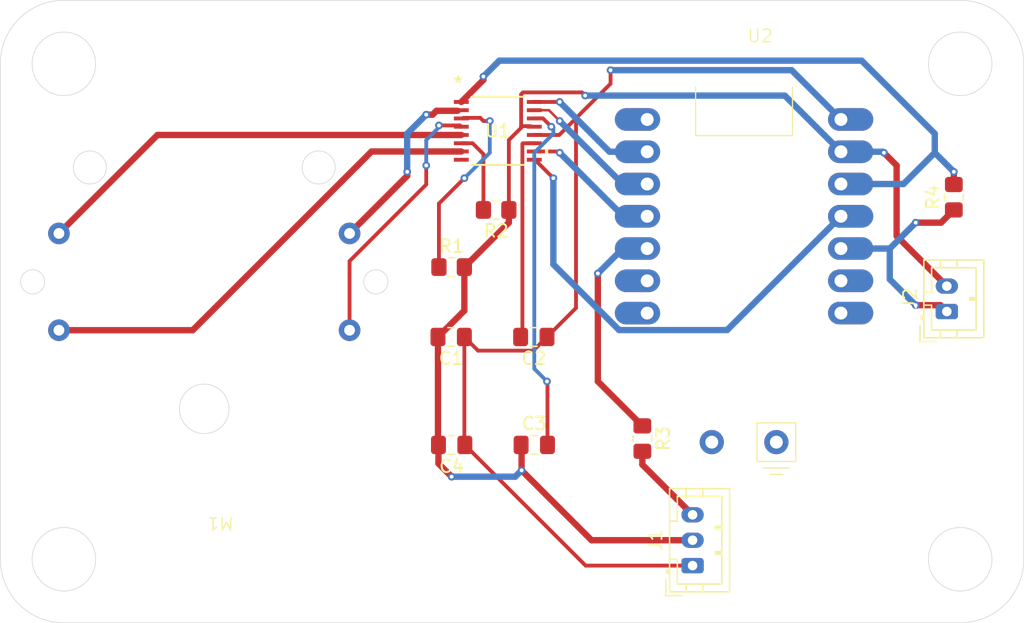
<source format=kicad_pcb>
(kicad_pcb (version 20241229) (generator "pcbnew") (generator_version "9.0")
  (layers (0 "F.Cu" signal) (2 "B.Cu" signal) (13 "F.Paste" user) (15 "B.Paste" user) (5 "F.SilkS" user "F.Silkscreen") (7 "B.SilkS" user "B.Silkscreen") (1 "F.Mask" user) (3 "B.Mask" user) (25 "Edge.Cuts" user))
  (net 0 "")
  (net 1 "+5V")
  (net 2 "GND")
  (net 3 "Net-(U1-VCP)")
  (net 4 "Net-(U1-VINT)")
  (net 5 "/NEO_DATA")
  (net 6 "/RESET_BTN")
  (net 7 "Net-(M1--)")
  (net 8 "Net-(U1-AOUT2)")
  (net 9 "Net-(U1-AOUT1)")
  (net 10 "Net-(U1-BOUT1)")
  (net 11 "Net-(U1-AISEN)")
  (net 12 "Net-(U1-BISEN)")
  (net 13 "Net-(U2-GPIO5_A4_D4_SDA)")
  (net 14 "+3.3V")
  (net 15 "/MOTOR_B1")
  (net 16 "/MOTOR_B2")
  (net 17 "/MOTOR_A2")
  (net 18 "/MOTOR_A1")
  (footprint "Capacitor_SMD:C_0805_2012Metric_Pad1.18x1.45mm_HandSolder" (layer "F.Cu") (at 120.5 108.5 180)
    (property "Reference" "C4" (at 0 -1.68 0) (layer "F.SilkS"))
    (property "Value" "100uF")
    (fp_line (start -0.261252 0.735) (end 0.261252 0.735) (stroke (width 0.12)) (layer "F.SilkS"))
    (fp_line (start -0.261252 -0.735) (end 0.261252 -0.735) (stroke (width 0.12)) (layer "F.SilkS"))
    (pad "1" smd roundrect (at -1.0375 0 180) (size 1.175 1.45) (layers "F.Cu" "F.Mask" "F.Paste") (roundrect_rratio 0.212766) (net 1 "+5V"))
    (pad "2" smd roundrect (at 1.0375 0 180) (size 1.175 1.45) (layers "F.Cu" "F.Mask" "F.Paste") (roundrect_rratio 0.212766) (net 2 "GND"))
  )
  (footprint "Resistor_SMD:R_0805_2012Metric_Pad1.20x1.40mm_HandSolder" (layer "F.Cu") (at 124 90 180)
    (property "Reference" "R2" (at 0 -1.65 0) (layer "F.SilkS"))
    (property "Value" "0.2Ω")
    (fp_line (start -0.227064 0.735) (end 0.227064 0.735) (stroke (width 0.12)) (layer "F.SilkS"))
    (fp_line (start -0.227064 -0.735) (end 0.227064 -0.735) (stroke (width 0.12)) (layer "F.SilkS"))
    (pad "1" smd roundrect (at -1 0 180) (size 1.2 1.4) (layers "F.Cu" "F.Mask" "F.Paste") (roundrect_rratio 0.208333) (net 2 "GND"))
    (pad "2" smd roundrect (at 1 0 180) (size 1.2 1.4) (layers "F.Cu" "F.Mask" "F.Paste") (roundrect_rratio 0.208333) (net 12 "Net-(U1-BISEN)"))
  )
  (footprint "DRV8833PWR:PW16_TEX-L" (layer "F.Cu") (at 124.1298 83.774999)
    (property "Reference" "U1" (at 0 0 0) (layer "F.SilkS"))
    (property "Value" "DRV8833PWR")
    (fp_line (start -2.069066 2.6797) (end 2.069066 2.6797) (stroke (width 0.1524)) (layer "F.SilkS"))
    (fp_line (start 2.069066 -2.6797) (end -2.069066 -2.6797) (stroke (width 0.1524)) (layer "F.SilkS"))
    (fp_poly (pts (xy 3.9624 1.434501) (xy 3.9624 1.815501) (xy 3.7084 1.815501) (xy 3.7084 1.434501)) (fill yes) (layer "F.SilkS"))
    (fp_text user "*" (at -3.1242 -3.722801 0) (layer "F.SilkS"))
    (fp_text user "*" (at -3.1242 -3.722801 0) (layer "F.SilkS"))
    (pad "1" smd rect (at -2.8702 -2.274999) (size 1.1684 0.3048) (layers "F.Cu" "F.Mask" "F.Paste") (net 14 "+3.3V"))
    (pad "2" smd rect (at -2.8702 -1.625001) (size 1.1684 0.3048) (layers "F.Cu" "F.Mask" "F.Paste") (net 9 "Net-(U1-AOUT1)"))
    (pad "3" smd rect (at -2.8702 -0.974999) (size 1.1684 0.3048) (layers "F.Cu" "F.Mask" "F.Paste") (net 11 "Net-(U1-AISEN)"))
    (pad "4" smd rect (at -2.8702 -0.325001) (size 1.1684 0.3048) (layers "F.Cu" "F.Mask" "F.Paste") (net 8 "Net-(U1-AOUT2)"))
    (pad "5" smd rect (at -2.8702 0.324998) (size 1.1684 0.3048) (layers "F.Cu" "F.Mask" "F.Paste") (net 7 "Net-(M1--)"))
    (pad "6" smd rect (at -2.8702 0.974999) (size 1.1684 0.3048) (layers "F.Cu" "F.Mask" "F.Paste") (net 12 "Net-(U1-BISEN)"))
    (pad "7" smd rect (at -2.8702 1.624998) (size 1.1684 0.3048) (layers "F.Cu" "F.Mask" "F.Paste") (net 10 "Net-(U1-BOUT1)"))
    (pad "8" smd rect (at -2.8702 2.274999) (size 1.1684 0.3048) (layers "F.Cu" "F.Mask" "F.Paste"))
    (pad "9" smd rect (at 2.8702 2.274999) (size 1.1684 0.3048) (layers "F.Cu" "F.Mask" "F.Paste") (net 16 "/MOTOR_B2"))
    (pad "10" smd rect (at 2.8702 1.625001) (size 1.1684 0.3048) (layers "F.Cu" "F.Mask" "F.Paste") (net 15 "/MOTOR_B1"))
    (pad "11" smd rect (at 2.8702 0.974999) (size 1.1684 0.3048) (layers "F.Cu" "F.Mask" "F.Paste") (net 3 "Net-(U1-VCP)"))
    (pad "12" smd rect (at 2.8702 0.325001) (size 1.1684 0.3048) (layers "F.Cu" "F.Mask" "F.Paste") (net 1 "+5V"))
    (pad "13" smd rect (at 2.8702 -0.324998) (size 1.1684 0.3048) (layers "F.Cu" "F.Mask" "F.Paste") (net 2 "GND"))
    (pad "14" smd rect (at 2.8702 -0.974999) (size 1.1684 0.3048) (layers "F.Cu" "F.Mask" "F.Paste") (net 4 "Net-(U1-VINT)"))
    (pad "15" smd rect (at 2.8702 -1.624998) (size 1.1684 0.3048) (layers "F.Cu" "F.Mask" "F.Paste") (net 17 "/MOTOR_A2"))
    (pad "16" smd rect (at 2.8702 -2.274999) (size 1.1684 0.3048) (layers "F.Cu" "F.Mask" "F.Paste") (net 18 "/MOTOR_A1"))
  )
  (footprint "Connector_JST:JST_PH_B2B-PH-K_1x02_P2.00mm_Vertical" (layer "F.Cu") (at 159.45 98 90)
    (property "Reference" "J2" (at 1 -2.9 90) (layer "F.SilkS"))
    (property "Value" "Conn_01x02")
    (fp_line (start -1.11 -2.11) (end -2.36 -2.11) (stroke (width 0.12)) (layer "F.SilkS"))
    (fp_line (start -2.36 -2.11) (end -2.36 -0.86) (stroke (width 0.12)) (layer "F.SilkS"))
    (fp_line (start -0.3 -2.01) (end -0.6 -2.01) (stroke (width 0.12)) (layer "F.SilkS"))
    (fp_line (start -0.6 -2.01) (end -0.6 -1.81) (stroke (width 0.12)) (layer "F.SilkS"))
    (fp_line (start -0.3 -1.91) (end -0.6 -1.91) (stroke (width 0.12)) (layer "F.SilkS"))
    (fp_line (start 4.06 -1.81) (end -2.06 -1.81) (stroke (width 0.12)) (layer "F.SilkS"))
    (fp_line (start 0.5 -1.81) (end 0.5 -1.2) (stroke (width 0.12)) (layer "F.SilkS"))
    (fp_line (start -0.3 -1.81) (end -0.3 -2.01) (stroke (width 0.12)) (layer "F.SilkS"))
    (fp_line (start -2.06 -1.81) (end -2.06 2.91) (stroke (width 0.12)) (layer "F.SilkS"))
    (fp_line (start 3.45 -1.2) (end 1.5 -1.2) (stroke (width 0.12)) (layer "F.SilkS"))
    (fp_line (start 1.5 -1.2) (end 1.5 -1.81) (stroke (width 0.12)) (layer "F.SilkS"))
    (fp_line (start 0.5 -1.2) (end -1.45 -1.2) (stroke (width 0.12)) (layer "F.SilkS"))
    (fp_line (start -1.45 -1.2) (end -1.45 2.3) (stroke (width 0.12)) (layer "F.SilkS"))
    (fp_line (start 4.06 -0.5) (end 3.45 -0.5) (stroke (width 0.12)) (layer "F.SilkS"))
    (fp_line (start -2.06 -0.5) (end -1.45 -0.5) (stroke (width 0.12)) (layer "F.SilkS"))
    (fp_line (start 4.06 0.8) (end 3.45 0.8) (stroke (width 0.12)) (layer "F.SilkS"))
    (fp_line (start -2.06 0.8) (end -1.45 0.8) (stroke (width 0.12)) (layer "F.SilkS"))
    (fp_line (start 1.1 1.8) (end 1.1 2.3) (stroke (width 0.12)) (layer "F.SilkS"))
    (fp_line (start 0.9 1.8) (end 1.1 1.8) (stroke (width 0.12)) (layer "F.SilkS"))
    (fp_line (start 3.45 2.3) (end 3.45 -1.2) (stroke (width 0.12)) (layer "F.SilkS"))
    (fp_line (start 1 2.3) (end 1 1.8) (stroke (width 0.12)) (layer "F.SilkS"))
    (fp_line (start 0.9 2.3) (end 0.9 1.8) (stroke (width 0.12)) (layer "F.SilkS"))
    (fp_line (start -1.45 2.3) (end 3.45 2.3) (stroke (width 0.12)) (layer "F.SilkS"))
    (fp_line (start 4.06 2.91) (end 4.06 -1.81) (stroke (width 0.12)) (layer "F.SilkS"))
    (fp_line (start -2.06 2.91) (end 4.06 2.91) (stroke (width 0.12)) (layer "F.SilkS"))
    (pad "1" thru_hole roundrect (at 0 0 90) (size 1.2 1.75) (drill 0.75) (layers "*.Cu" "*.Mask") (roundrect_rratio 0.208333) (net 6 "/RESET_BTN"))
    (pad "2" thru_hole oval (at 2 0 90) (size 1.2 1.75) (drill 0.75) (layers "*.Cu" "*.Mask") (net 2 "GND"))
  )
  (footprint "Resistor_SMD:R_0805_2012Metric_Pad1.20x1.40mm_HandSolder" (layer "F.Cu") (at 160 89 90)
    (property "Reference" "R4" (at 0 -1.65 90) (layer "F.SilkS"))
    (property "Value" "10 kΩ")
    (fp_line (start -0.227064 -0.735) (end 0.227064 -0.735) (stroke (width 0.12)) (layer "F.SilkS"))
    (fp_line (start -0.227064 0.735) (end 0.227064 0.735) (stroke (width 0.12)) (layer "F.SilkS"))
    (pad "1" smd roundrect (at -1 0 90) (size 1.2 1.4) (layers "F.Cu" "F.Mask" "F.Paste") (roundrect_rratio 0.208333) (net 6 "/RESET_BTN"))
    (pad "2" smd roundrect (at 1 0 90) (size 1.2 1.4) (layers "F.Cu" "F.Mask" "F.Paste") (roundrect_rratio 0.208333) (net 14 "+3.3V"))
  )
  (footprint "Resistor_SMD:R_0805_2012Metric_Pad1.20x1.40mm_HandSolder" (layer "F.Cu") (at 135.5 108 -90)
    (property "Reference" "R3" (at 0 -1.65 90) (layer "F.SilkS"))
    (property "Value" "330Ω")
    (fp_line (start -0.227064 0.735) (end 0.227064 0.735) (stroke (width 0.12)) (layer "F.SilkS"))
    (fp_line (start -0.227064 -0.735) (end 0.227064 -0.735) (stroke (width 0.12)) (layer "F.SilkS"))
    (pad "1" smd roundrect (at -1 0 270) (size 1.2 1.4) (layers "F.Cu" "F.Mask" "F.Paste") (roundrect_rratio 0.208333) (net 13 "Net-(U2-GPIO5_A4_D4_SDA)"))
    (pad "2" smd roundrect (at 1 0 270) (size 1.2 1.4) (layers "F.Cu" "F.Mask" "F.Paste") (roundrect_rratio 0.208333) (net 5 "/NEO_DATA"))
  )
  (footprint "Capacitor_SMD:C_0805_2012Metric_Pad1.18x1.45mm_HandSolder" (layer "F.Cu") (at 127 108.5)
    (property "Reference" "C3" (at 0 -1.68 0) (layer "F.SilkS"))
    (property "Value" "2.2uF")
    (fp_line (start -0.261252 -0.735) (end 0.261252 -0.735) (stroke (width 0.12)) (layer "F.SilkS"))
    (fp_line (start -0.261252 0.735) (end 0.261252 0.735) (stroke (width 0.12)) (layer "F.SilkS"))
    (pad "1" smd roundrect (at -1.0375 0) (size 1.175 1.45) (layers "F.Cu" "F.Mask" "F.Paste") (roundrect_rratio 0.212766) (net 2 "GND"))
    (pad "2" smd roundrect (at 1.0375 0) (size 1.175 1.45) (layers "F.Cu" "F.Mask" "F.Paste") (roundrect_rratio 0.212766) (net 4 "Net-(U1-VINT)"))
  )
  (footprint "Connector_JST:JST_PH_B3B-PH-K_1x03_P2.00mm_Vertical" (layer "F.Cu") (at 139.45 118 90)
    (property "Reference" "J1" (at 2 -2.9 90) (layer "F.SilkS"))
    (property "Value" "Conn_01x03")
    (fp_line (start -1.11 -2.11) (end -2.36 -2.11) (stroke (width 0.12)) (layer "F.SilkS"))
    (fp_line (start -2.36 -2.11) (end -2.36 -0.86) (stroke (width 0.12)) (layer "F.SilkS"))
    (fp_line (start -0.3 -2.01) (end -0.6 -2.01) (stroke (width 0.12)) (layer "F.SilkS"))
    (fp_line (start -0.6 -2.01) (end -0.6 -1.81) (stroke (width 0.12)) (layer "F.SilkS"))
    (fp_line (start -0.3 -1.91) (end -0.6 -1.91) (stroke (width 0.12)) (layer "F.SilkS"))
    (fp_line (start 6.06 -1.81) (end -2.06 -1.81) (stroke (width 0.12)) (layer "F.SilkS"))
    (fp_line (start 0.5 -1.81) (end 0.5 -1.2) (stroke (width 0.12)) (layer "F.SilkS"))
    (fp_line (start -0.3 -1.81) (end -0.3 -2.01) (stroke (width 0.12)) (layer "F.SilkS"))
    (fp_line (start -2.06 -1.81) (end -2.06 2.91) (stroke (width 0.12)) (layer "F.SilkS"))
    (fp_line (start 5.45 -1.2) (end 3.5 -1.2) (stroke (width 0.12)) (layer "F.SilkS"))
    (fp_line (start 3.5 -1.2) (end 3.5 -1.81) (stroke (width 0.12)) (layer "F.SilkS"))
    (fp_line (start 0.5 -1.2) (end -1.45 -1.2) (stroke (width 0.12)) (layer "F.SilkS"))
    (fp_line (start -1.45 -1.2) (end -1.45 2.3) (stroke (width 0.12)) (layer "F.SilkS"))
    (fp_line (start 6.06 -0.5) (end 5.45 -0.5) (stroke (width 0.12)) (layer "F.SilkS"))
    (fp_line (start -2.06 -0.5) (end -1.45 -0.5) (stroke (width 0.12)) (layer "F.SilkS"))
    (fp_line (start 6.06 0.8) (end 5.45 0.8) (stroke (width 0.12)) (layer "F.SilkS"))
    (fp_line (start -2.06 0.8) (end -1.45 0.8) (stroke (width 0.12)) (layer "F.SilkS"))
    (fp_line (start 3.1 1.8) (end 3.1 2.3) (stroke (width 0.12)) (layer "F.SilkS"))
    (fp_line (start 2.9 1.8) (end 3.1 1.8) (stroke (width 0.12)) (layer "F.SilkS"))
    (fp_line (start 1.1 1.8) (end 1.1 2.3) (stroke (width 0.12)) (layer "F.SilkS"))
    (fp_line (start 0.9 1.8) (end 1.1 1.8) (stroke (width 0.12)) (layer "F.SilkS"))
    (fp_line (start 5.45 2.3) (end 5.45 -1.2) (stroke (width 0.12)) (layer "F.SilkS"))
    (fp_line (start 3 2.3) (end 3 1.8) (stroke (width 0.12)) (layer "F.SilkS"))
    (fp_line (start 2.9 2.3) (end 2.9 1.8) (stroke (width 0.12)) (layer "F.SilkS"))
    (fp_line (start 1 2.3) (end 1 1.8) (stroke (width 0.12)) (layer "F.SilkS"))
    (fp_line (start 0.9 2.3) (end 0.9 1.8) (stroke (width 0.12)) (layer "F.SilkS"))
    (fp_line (start -1.45 2.3) (end 5.45 2.3) (stroke (width 0.12)) (layer "F.SilkS"))
    (fp_line (start 6.06 2.91) (end 6.06 -1.81) (stroke (width 0.12)) (layer "F.SilkS"))
    (fp_line (start -2.06 2.91) (end 6.06 2.91) (stroke (width 0.12)) (layer "F.SilkS"))
    (pad "1" thru_hole roundrect (at 0 0 90) (size 1.2 1.75) (drill 0.75) (layers "*.Cu" "*.Mask") (roundrect_rratio 0.208333) (net 1 "+5V"))
    (pad "2" thru_hole oval (at 2 0 90) (size 1.2 1.75) (drill 0.75) (layers "*.Cu" "*.Mask") (net 2 "GND"))
    (pad "3" thru_hole oval (at 4 0 90) (size 1.2 1.75) (drill 0.75) (layers "*.Cu" "*.Mask") (net 5 "/NEO_DATA"))
  )
  (footprint "Capacitor_SMD:C_0805_2012Metric_Pad1.18x1.45mm_HandSolder" (layer "F.Cu") (at 126.9625 100 180)
    (property "Reference" "C2" (at 0 -1.68 0) (layer "F.SilkS"))
    (property "Value" "0.01uF")
    (fp_line (start -0.261252 0.735) (end 0.261252 0.735) (stroke (width 0.12)) (layer "F.SilkS"))
    (fp_line (start -0.261252 -0.735) (end 0.261252 -0.735) (stroke (width 0.12)) (layer "F.SilkS"))
    (pad "1" smd roundrect (at -1.0375 0 180) (size 1.175 1.45) (layers "F.Cu" "F.Mask" "F.Paste") (roundrect_rratio 0.212766) (net 1 "+5V"))
    (pad "2" smd roundrect (at 1.0375 0 180) (size 1.175 1.45) (layers "F.Cu" "F.Mask" "F.Paste") (roundrect_rratio 0.212766) (net 3 "Net-(U1-VCP)"))
  )
  (footprint "GIX_ESP32:XIAO_ESP32" (layer "F.Cu") (at 143.5 90.5)
    (property "Reference" "U2" (at 1.27 -14.2 0) (layer "F.SilkS") (effects (font (thickness 0.1))))
    (property "Value" "XIAO ESP32C3")
    (fp_line (start -3.81 -10.16) (end -3.81 -6.35) (stroke (width 0.1)) (layer "F.SilkS"))
    (fp_line (start -3.81 -6.35) (end 3.81 -6.35) (stroke (width 0.1)) (layer "F.SilkS"))
    (fp_line (start 1.016 16.256) (end 4.064 16.256) (stroke (width 0.1)) (layer "F.SilkS"))
    (fp_line (start 1.016 19.304) (end 1.016 16.256) (stroke (width 0.1)) (layer "F.SilkS"))
    (fp_line (start 1.524 19.812) (end 3.556 19.812) (stroke (width 0.1)) (layer "F.SilkS"))
    (fp_line (start 2.032 20.32) (end 3.048 20.32) (stroke (width 0.1)) (layer "F.SilkS"))
    (fp_line (start 3.81 -6.35) (end 3.81 -10.16) (stroke (width 0.1)) (layer "F.SilkS"))
    (fp_line (start 4.064 16.256) (end 4.064 19.304) (stroke (width 0.1)) (layer "F.SilkS"))
    (fp_line (start 4.064 19.304) (end 1.016 19.304) (stroke (width 0.1)) (layer "F.SilkS"))
    (pad "1" thru_hole oval (at -7.62 -7.62) (size 3.556 1.778) (drill 1.016 (offset -0.762 0)) (layers "*.Cu" "*.Mask"))
    (pad "2" thru_hole oval (at -7.62 -5.08) (size 3.556 1.778) (drill 1.016 (offset -0.762 0)) (layers "*.Cu" "*.Mask") (net 18 "/MOTOR_A1"))
    (pad "3" thru_hole oval (at -7.62 -2.54) (size 3.556 1.778) (drill 1.016 (offset -0.762 0)) (layers "*.Cu" "*.Mask") (net 17 "/MOTOR_A2"))
    (pad "4" thru_hole oval (at -7.62 0) (size 3.556 1.778) (drill 1.016 (offset -0.762 0)) (layers "*.Cu" "*.Mask") (net 15 "/MOTOR_B1"))
    (pad "5" thru_hole oval (at -7.62 2.54) (size 3.556 1.778) (drill 1.016 (offset -0.762 0)) (layers "*.Cu" "*.Mask") (net 13 "Net-(U2-GPIO5_A4_D4_SDA)"))
    (pad "6" thru_hole oval (at -7.62 5.08) (size 3.556 1.778) (drill 1.016 (offset -0.762 0)) (layers "*.Cu" "*.Mask"))
    (pad "7" thru_hole oval (at -7.62 7.62) (size 3.556 1.778) (drill 1.016 (offset -0.762 0)) (layers "*.Cu" "*.Mask"))
    (pad "8" thru_hole oval (at 7.62 7.62) (size 3.556 1.778) (drill 1.016 (offset 0.762 0)) (layers "*.Cu" "*.Mask"))
    (pad "9" thru_hole oval (at 7.62 5.08) (size 3.556 1.778) (drill 1.016 (offset 0.762 0)) (layers "*.Cu" "*.Mask"))
    (pad "10" thru_hole oval (at 7.62 2.54) (size 3.556 1.778) (drill 1.016 (offset 0.762 0)) (layers "*.Cu" "*.Mask") (net 6 "/RESET_BTN"))
    (pad "11" thru_hole oval (at 7.62 0) (size 3.556 1.778) (drill 1.016 (offset 0.762 0)) (layers "*.Cu" "*.Mask") (net 16 "/MOTOR_B2"))
    (pad "12" thru_hole oval (at 7.62 -2.54) (size 3.556 1.778) (drill 1.016 (offset 0.762 0)) (layers "*.Cu" "*.Mask") (net 14 "+3.3V"))
    (pad "13" thru_hole oval (at 7.62 -5.08) (size 3.556 1.778) (drill 1.016 (offset 0.762 0)) (layers "*.Cu" "*.Mask") (net 2 "GND"))
    (pad "14" thru_hole oval (at 7.62 -7.62) (size 3.556 1.778) (drill 1.016 (offset 0.762 0)) (layers "*.Cu" "*.Mask") (net 1 "+5V"))
    (pad "15" thru_hole circle (at -2.54 17.78) (size 1.905 1.905) (drill 1.016) (layers "*.Cu" "*.Mask"))
    (pad "16" thru_hole circle (at 2.54 17.78) (size 1.905 1.905) (drill 1.016) (layers "*.Cu" "*.Mask"))
  )
  (footprint "x27_Footprint:x27_stepper_two_holes" (layer "F.Cu") (at 98.5 85.5 180)
    (property "Reference" "M1" (at -3.81 -29.21 180) (layer "F.SilkS") (effects (font (thickness 0.1))))
    (property "Value" "Stepper_Motor_bipolar")
    (fp_circle (center 10.96 -10.16) (end 11.91 -10.16) (stroke (width 0.05)) (fill no) (layer "Edge.Cuts"))
    (fp_circle (center 6.46 -1.16) (end 7.76 -1.16) (stroke (width 0.05)) (fill no) (layer "Edge.Cuts"))
    (fp_circle (center -2.54 -20.16) (end -0.59 -20.16) (stroke (width 0.05)) (fill no) (layer "Edge.Cuts"))
    (fp_circle (center -11.54 -1.16) (end -10.24 -1.16) (stroke (width 0.05)) (fill no) (layer "Edge.Cuts"))
    (fp_circle (center -16.04 -10.16) (end -15.09 -10.16) (stroke (width 0.05)) (fill no) (layer "Edge.Cuts"))
    (pad "1" thru_hole circle (at 8.89 -13.97 180) (size 1.7 1.7) (drill 0.85) (layers "*.Cu" "*.Mask") (net 10 "Net-(U1-BOUT1)"))
    (pad "2" thru_hole circle (at 8.89 -6.35 180) (size 1.7 1.7) (drill 0.85) (layers "*.Cu" "*.Mask") (net 7 "Net-(M1--)"))
    (pad "3" thru_hole circle (at -13.97 -13.97 180) (size 1.7 1.7) (drill 0.85) (layers "*.Cu" "*.Mask") (net 8 "Net-(U1-AOUT2)"))
    (pad "4" thru_hole circle (at -13.97 -6.35 180) (size 1.7 1.7) (drill 0.85) (layers "*.Cu" "*.Mask") (net 9 "Net-(U1-AOUT1)"))
  )
  (footprint "Resistor_SMD:R_0805_2012Metric_Pad1.20x1.40mm_HandSolder" (layer "F.Cu") (at 120.5 94.5)
    (property "Reference" "R1" (at 0 -1.65 0) (layer "F.SilkS"))
    (property "Value" "0.2Ω")
    (fp_line (start -0.227064 -0.735) (end 0.227064 -0.735) (stroke (width 0.12)) (layer "F.SilkS"))
    (fp_line (start -0.227064 0.735) (end 0.227064 0.735) (stroke (width 0.12)) (layer "F.SilkS"))
    (pad "1" smd roundrect (at -1 0) (size 1.2 1.4) (layers "F.Cu" "F.Mask" "F.Paste") (roundrect_rratio 0.208333) (net 11 "Net-(U1-AISEN)"))
    (pad "2" smd roundrect (at 1 0) (size 1.2 1.4) (layers "F.Cu" "F.Mask" "F.Paste") (roundrect_rratio 0.208333) (net 2 "GND"))
  )
  (footprint "Capacitor_SMD:C_0805_2012Metric_Pad1.18x1.45mm_HandSolder" (layer "F.Cu") (at 120.4625 100 180)
    (property "Reference" "C1" (at 0 -1.68 0) (layer "F.SilkS"))
    (property "Value" "10uF")
    (fp_line (start -0.261252 0.735) (end 0.261252 0.735) (stroke (width 0.12)) (layer "F.SilkS"))
    (fp_line (start -0.261252 -0.735) (end 0.261252 -0.735) (stroke (width 0.12)) (layer "F.SilkS"))
    (pad "1" smd roundrect (at -1.0375 0 180) (size 1.175 1.45) (layers "F.Cu" "F.Mask" "F.Paste") (roundrect_rratio 0.212766) (net 1 "+5V"))
    (pad "2" smd roundrect (at 1.0375 0 180) (size 1.175 1.45) (layers "F.Cu" "F.Mask" "F.Paste") (roundrect_rratio 0.212766) (net 2 "GND"))
  )
  (gr_circle (center 90 78.5) (end 90 76) (stroke (width 0.05)) (fill no) (layer "Edge.Cuts"))
  (gr_line (start 90 73.5) (end 160.5 73.5) (stroke (width 0.05)) (layer "Edge.Cuts"))
  (gr_circle (center 90 117.5) (end 88.5 119.5) (stroke (width 0.05)) (fill no) (layer "Edge.Cuts"))
  (gr_arc (start 90 122.5) (mid 86.464466 121.035534) (end 85 117.5) (stroke (width 0.05)) (layer "Edge.Cuts"))
  (gr_arc (start 85 78.5) (mid 86.464466 74.964466) (end 90 73.5) (stroke (width 0.05)) (layer "Edge.Cuts"))
  (gr_arc (start 160.5 73.5) (mid 164.035534 74.964466) (end 165.5 78.5) (stroke (width 0.05)) (layer "Edge.Cuts"))
  (gr_arc (start 165.5 117.5) (mid 164.035534 121.035534) (end 160.5 122.5) (stroke (width 0.05)) (layer "Edge.Cuts"))
  (gr_line (start 85 117.5) (end 85 78.5) (stroke (width 0.05)) (layer "Edge.Cuts"))
  (gr_line (start 160.5 122.5) (end 90 122.5) (stroke (width 0.05)) (layer "Edge.Cuts"))
  (gr_circle (center 160.5 78.5) (end 160.5 76) (stroke (width 0.05)) (fill no) (layer "Edge.Cuts"))
  (gr_circle (center 160.5 117.5) (end 162 119.5) (stroke (width 0.05)) (fill no) (layer "Edge.Cuts"))
  (gr_line (start 165.5 78.5) (end 165.5 117.5) (stroke (width 0.05)) (layer "Edge.Cuts"))
  (segment (start 122.576 101.076) (end 126.924 101.076) (width 0.3) (layer "F.Cu") (net 1))
  (segment (start 126.924 101.076) (end 128 100) (width 0.3) (layer "F.Cu") (net 1))
  (segment (start 121.5375 108.5) (end 131.0375 118) (width 0.3) (layer "F.Cu") (net 1))
  (segment (start 121.5 100) (end 122.576 101.076) (width 0.3) (layer "F.Cu") (net 1))
  (segment (start 121.5 108.4625) (end 121.5375 108.5) (width 0.3) (layer "F.Cu") (net 1))
  (segment (start 131.0375 118) (end 139.45 118) (width 0.3) (layer "F.Cu") (net 1))
  (segment (start 130.281037 97.718963) (end 130.281037 82.781037) (width 0.3) (layer "F.Cu") (net 1))
  (segment (start 128.962075 84.1) (end 127 84.1) (width 0.3) (layer "F.Cu") (net 1))
  (segment (start 133 79) (end 133 80.062075) (width 0.3) (layer "F.Cu") (net 1))
  (segment (start 121.5 100) (end 121.5 108.4625) (width 0.3) (layer "F.Cu") (net 1))
  (segment (start 128 100) (end 130.281037 97.718963) (width 0.3) (layer "F.Cu") (net 1))
  (segment (start 133 80.062075) (end 130.281037 82.781037) (width 0.3) (layer "F.Cu") (net 1))
  (segment (start 130.281037 82.781037) (end 128.962075 84.1) (width 0.3) (layer "F.Cu") (net 1))
  (via (at 133 79) (size 0.6) (drill 0.3) (layers "F.Cu" "B.Cu") (net 1))
  (segment (start 147.24 79) (end 133 79) (width 0.5) (layer "B.Cu") (net 1))
  (segment (start 151.12 82.88) (end 147.24 79) (width 0.5) (layer "B.Cu") (net 1))
  (segment (start 131.5 116) (end 139.45 116) (width 0.5) (layer "F.Cu") (net 2))
  (segment (start 125 84.5) (end 125 90) (width 0.3) (layer "F.Cu") (net 2))
  (segment (start 126 108.5375) (end 125.9625 108.5) (width 0.5) (layer "F.Cu") (net 2))
  (segment (start 125.9648 83.4034) (end 126.705236 83.4034) (width 0.3) (layer "F.Cu") (net 2))
  (segment (start 155.5 92.05) (end 159.45 96) (width 0.5) (layer "F.Cu") (net 2))
  (segment (start 119.425 100) (end 119.425 108.4625) (width 0.5) (layer "F.Cu") (net 2))
  (segment (start 125.9648 80.8966) (end 125.9648 83.4034) (width 0.3) (layer "F.Cu") (net 2))
  (segment (start 154.5 85.5) (end 155.5 86.5) (width 0.5) (layer "F.Cu") (net 2))
  (segment (start 131 81) (end 130.749 80.749) (width 0.3) (layer "F.Cu") (net 2))
  (segment (start 126.1124 80.749) (end 125.9648 80.8966) (width 0.3) (layer "F.Cu") (net 2))
  (segment (start 125.9648 83.5352) (end 125 84.5) (width 0.3) (layer "F.Cu") (net 2))
  (segment (start 126 110.5) (end 126 108.5375) (width 0.5) (layer "F.Cu") (net 2))
  (segment (start 126 110.5) (end 131.5 116) (width 0.5) (layer "F.Cu") (net 2))
  (segment (start 125 90) (end 125 91) (width 0.5) (layer "F.Cu") (net 2))
  (segment (start 121.5 94.5) (end 121.5 97.925) (width 0.5) (layer "F.Cu") (net 2))
  (segment (start 125 91) (end 121.5 94.5) (width 0.5) (layer "F.Cu") (net 2))
  (segment (start 155.5 86.5) (end 155.5 92.05) (width 0.5) (layer "F.Cu") (net 2))
  (segment (start 121.5 97.925) (end 119.425 100) (width 0.5) (layer "F.Cu") (net 2))
  (segment (start 119.425 108.4625) (end 119.4625 108.5) (width 0.5) (layer "F.Cu") (net 2))
  (segment (start 125.9648 83.4034) (end 125.9648 83.5352) (width 0.3) (layer "F.Cu") (net 2))
  (segment (start 130.749 80.749) (end 126.1124 80.749) (width 0.3) (layer "F.Cu") (net 2))
  (segment (start 119.4625 109.9625) (end 120.5 111) (width 0.5) (layer "F.Cu") (net 2))
  (segment (start 119.4625 108.5) (end 119.4625 109.9625) (width 0.5) (layer "F.Cu") (net 2))
  (via (at 131 81) (size 0.6) (drill 0.3) (layers "F.Cu" "B.Cu") (net 2))
  (via (at 120.5 111) (size 0.6) (drill 0.3) (layers "F.Cu" "B.Cu") (net 2))
  (via (at 154.5 85.5) (size 0.6) (drill 0.3) (layers "F.Cu" "B.Cu") (net 2))
  (via (at 126 110.5) (size 0.6) (drill 0.3) (layers "F.Cu" "B.Cu") (net 2))
  (segment (start 151.12 85.42) (end 146.7 81) (width 0.5) (layer "B.Cu") (net 2))
  (segment (start 154.42 85.42) (end 154.5 85.5) (width 0.5) (layer "B.Cu") (net 2))
  (segment (start 120.5 111) (end 125.5 111) (width 0.5) (layer "B.Cu") (net 2))
  (segment (start 125.5 111) (end 126 110.5) (width 0.5) (layer "B.Cu") (net 2))
  (segment (start 151.12 85.42) (end 154.42 85.42) (width 0.5) (layer "B.Cu") (net 2))
  (segment (start 146.7 81) (end 131 81) (width 0.5) (layer "B.Cu") (net 2))
  (segment (start 126.1158 84.749998) (end 127 84.749998) (width 0.3) (layer "F.Cu") (net 3))
  (segment (start 126.0648 99.8602) (end 126.0648 84.800998) (width 0.3) (layer "F.Cu") (net 3))
  (segment (start 126.0648 84.800998) (end 126.1158 84.749998) (width 0.3) (layer "F.Cu") (net 3))
  (segment (start 125.925 100) (end 126.0648 99.8602) (width 0.3) (layer "F.Cu") (net 3))
  (segment (start 128.0375 108.5) (end 128.0375 103.5375) (width 0.3) (layer "F.Cu") (net 4))
  (segment (start 128.0375 103.5375) (end 128 103.5) (width 0.3) (layer "F.Cu") (net 4))
  (segment (start 128.338563 83.45) (end 127.688563 82.8) (width 0.3) (layer "F.Cu") (net 4))
  (segment (start 127.688563 82.8) (end 127 82.8) (width 0.3) (layer "F.Cu") (net 4))
  (via (at 128 103.5) (size 0.6) (drill 0.3) (layers "F.Cu" "B.Cu") (net 4))
  (via (at 128.338563 83.45) (size 0.6) (drill 0.3) (layers "F.Cu" "B.Cu") (net 4))
  (segment (start 128.5 84) (end 128.5 83.5) (width 0.3) (layer "B.Cu") (net 4))
  (segment (start 128.5 83.5) (end 128.388563 83.5) (width 0.3) (layer "B.Cu") (net 4))
  (segment (start 127 102.5) (end 128 103.5) (width 0.3) (layer "B.Cu") (net 4))
  (segment (start 128.388563 83.5) (end 128.338563 83.45) (width 0.3) (layer "B.Cu") (net 4))
  (segment (start 128.5 84) (end 127 85.5) (width 0.3) (layer "B.Cu") (net 4))
  (segment (start 127 85.5) (end 127 102.5) (width 0.3) (layer "B.Cu") (net 4))
  (segment (start 135.5 109) (end 135.5 110.05) (width 0.5) (layer "F.Cu") (net 5))
  (segment (start 135.5 110.05) (end 139.45 114) (width 0.5) (layer "F.Cu") (net 5))
  (segment (start 158.95 97.5) (end 159.45 98) (width 0.5) (layer "F.Cu") (net 6))
  (segment (start 157 97.5) (end 158.95 97.5) (width 0.5) (layer "F.Cu") (net 6))
  (segment (start 159 91) (end 160 90) (width 0.5) (layer "F.Cu") (net 6))
  (segment (start 157 91) (end 159 91) (width 0.5) (layer "F.Cu") (net 6))
  (via (at 157 97.5) (size 0.6) (drill 0.3) (layers "F.Cu" "B.Cu") (net 6))
  (via (at 157 91) (size 0.6) (drill 0.3) (layers "F.Cu" "B.Cu") (net 6))
  (segment (start 154.96 95.46) (end 157 97.5) (width 0.5) (layer "B.Cu") (net 6))
  (segment (start 154.96 93.04) (end 154.96 95.46) (width 0.5) (layer "B.Cu") (net 6))
  (segment (start 151.12 93.04) (end 154.96 93.04) (width 0.5) (layer "B.Cu") (net 6))
  (segment (start 154.96 93.04) (end 157 91) (width 0.5) (layer "B.Cu") (net 6))
  (segment (start 97.360003 84.099997) (end 121.2596 84.099997) (width 0.5) (layer "F.Cu") (net 7))
  (segment (start 89.61 91.85) (end 97.360003 84.099997) (width 0.5) (layer "F.Cu") (net 7))
  (segment (start 119.5 83.349997) (end 121.159599 83.349997) (width 0.3) (layer "F.Cu") (net 8))
  (segment (start 112.47 95.03) (end 112.47 94.03) (width 0.3) (layer "F.Cu") (net 8))
  (segment (start 118.5 88) (end 118.5 86.5) (width 0.3) (layer "F.Cu") (net 8))
  (segment (start 112.47 94.03) (end 118.5 88) (width 0.3) (layer "F.Cu") (net 8))
  (segment (start 121.159599 83.349997) (end 121.2596 83.449998) (width 0.3) (layer "F.Cu") (net 8))
  (segment (start 112.47 99.47) (end 112.47 95.03) (width 0.3) (layer "F.Cu") (net 8))
  (via (at 118.5 86.5) (size 0.6) (drill 0.3) (layers "F.Cu" "B.Cu") (net 8))
  (via (at 119.5 83.349997) (size 0.6) (drill 0.3) (layers "F.Cu" "B.Cu") (net 8))
  (segment (start 118.5 84.5) (end 119.5 83.5) (width 0.3) (layer "B.Cu") (net 8))
  (segment (start 119.5 83.5) (end 119.5 83.349997) (width 0.3) (layer "B.Cu") (net 8))
  (segment (start 118.5 86.5) (end 118.5 84.5) (width 0.3) (layer "B.Cu") (net 8))
  (segment (start 119.3034 82.1966) (end 120.964836 82.1966) (width 0.5) (layer "F.Cu") (net 9))
  (segment (start 118.5 82.5) (end 119 82.5) (width 0.5) (layer "F.Cu") (net 9))
  (segment (start 117 87.32) (end 117 87) (width 0.5) (layer "F.Cu") (net 9))
  (segment (start 112.47 91.85) (end 117 87.32) (width 0.5) (layer "F.Cu") (net 9))
  (segment (start 119 82.5) (end 119.3034 82.1966) (width 0.5) (layer "F.Cu") (net 9))
  (via (at 118.5 82.5) (size 0.6) (drill 0.3) (layers "F.Cu" "B.Cu") (net 9))
  (via (at 117 87) (size 0.6) (drill 0.3) (layers "F.Cu" "B.Cu") (net 9))
  (segment (start 117 84) (end 118.5 82.5) (width 0.5) (layer "B.Cu") (net 9))
  (segment (start 117 87) (end 117 84) (width 0.5) (layer "B.Cu") (net 9))
  (segment (start 100.130553 99.47) (end 114.200556 85.399997) (width 0.5) (layer "F.Cu") (net 10))
  (segment (start 89.61 99.47) (end 100.130553 99.47) (width 0.5) (layer "F.Cu") (net 10))
  (segment (start 114.200556 85.399997) (end 121.2596 85.399997) (width 0.5) (layer "F.Cu") (net 10))
  (segment (start 119.5 94.5) (end 119.5 89.5) (width 0.3) (layer "F.Cu") (net 11))
  (segment (start 123 83) (end 122.753398 82.753398) (width 0.3) (layer "F.Cu") (net 11))
  (segment (start 122.753398 82.753398) (end 121.412942 82.753398) (width 0.3) (layer "F.Cu") (net 11))
  (segment (start 123.5 83) (end 123 83) (width 0.3) (layer "F.Cu") (net 11))
  (segment (start 119.5 89.5) (end 121.5 87.5) (width 0.3) (layer "F.Cu") (net 11))
  (via (at 123.5 83) (size 0.6) (drill 0.3) (layers "F.Cu" "B.Cu") (net 11))
  (via (at 121.5 87.5) (size 0.6) (drill 0.3) (layers "F.Cu" "B.Cu") (net 11))
  (segment (start 123.5 85.5) (end 123.5 83) (width 0.3) (layer "B.Cu") (net 11))
  (segment (start 121.5 87.5) (end 123.5 85.5) (width 0.3) (layer "B.Cu") (net 11))
  (segment (start 123 85.606198) (end 122.1438 84.749998) (width 0.3) (layer "F.Cu") (net 12))
  (segment (start 122.1438 84.749998) (end 121.2596 84.749998) (width 0.3) (layer "F.Cu") (net 12))
  (segment (start 123 90) (end 123 85.606198) (width 0.3) (layer "F.Cu") (net 12))
  (segment (start 132 103.5) (end 135.5 107) (width 0.5) (layer "F.Cu") (net 13))
  (segment (start 132 95) (end 132 103.5) (width 0.5) (layer "F.Cu") (net 13))
  (via (at 132 95) (size 0.6) (drill 0.3) (layers "F.Cu" "B.Cu") (net 13))
  (segment (start 135.88 93.04) (end 133.96 93.04) (width 0.5) (layer "B.Cu") (net 13))
  (segment (start 133.96 93.04) (end 132 95) (width 0.5) (layer "B.Cu") (net 13))
  (segment (start 160 87) (end 160 88) (width 0.5) (layer "F.Cu") (net 14))
  (segment (start 123 79.7596) (end 121.2596 81.5) (width 0.5) (layer "F.Cu") (net 14))
  (segment (start 123 79.5) (end 123 79.7596) (width 0.5) (layer "F.Cu") (net 14))
  (via (at 160 87) (size 0.6) (drill 0.3) (layers "F.Cu" "B.Cu") (net 14))
  (via (at 123 79.5) (size 0.6) (drill 0.3) (layers "F.Cu" "B.Cu") (net 14))
  (segment (start 156.04 87.96) (end 158.5 85.5) (width 0.5) (layer "B.Cu") (net 14))
  (segment (start 123 79.5) (end 124.251 78.249) (width 0.5) (layer "B.Cu") (net 14))
  (segment (start 124.251 78.249) (end 152.749 78.249) (width 0.5) (layer "B.Cu") (net 14))
  (segment (start 160 87) (end 158.5 85.5) (width 0.5) (layer "B.Cu") (net 14))
  (segment (start 152.749 78.249) (end 158.5 84) (width 0.5) (layer "B.Cu") (net 14))
  (segment (start 151.12 87.96) (end 156.04 87.96) (width 0.5) (layer "B.Cu") (net 14))
  (segment (start 158.5 84) (end 158.5 85.5) (width 0.5) (layer "B.Cu") (net 14))
  (segment (start 129 85.5) (end 128.9 85.4) (width 0.3) (layer "F.Cu") (net 15))
  (segment (start 128.9 85.4) (end 127 85.4) (width 0.3) (layer "F.Cu") (net 15))
  (via (at 129 85.5) (size 0.6) (drill 0.3) (layers "F.Cu" "B.Cu") (net 15))
  (segment (start 135.88 90.5) (end 134 90.5) (width 0.5) (layer "B.Cu") (net 15))
  (segment (start 134 90.5) (end 129 85.5) (width 0.5) (layer "B.Cu") (net 15))
  (segment (start 128.5 87.5) (end 127.101 86.101) (width 0.3) (layer "F.Cu") (net 16))
  (segment (start 127.101 86.101) (end 127 86.101) (width 0.3) (layer "F.Cu") (net 16))
  (via (at 128.5 87.5) (size 0.6) (drill 0.3) (layers "F.Cu" "B.Cu") (net 16))
  (segment (start 128.5 94.286046) (end 128.5 87.5) (width 0.5) (layer "B.Cu") (net 16))
  (segment (start 133.673954 99.46) (end 128.5 94.286046) (width 0.5) (layer "B.Cu") (net 16))
  (segment (start 142.16 99.46) (end 133.673954 99.46) (width 0.5) (layer "B.Cu") (net 16))
  (segment (start 151.12 90.5) (end 142.16 99.46) (width 0.5) (layer "B.Cu") (net 16))
  (segment (start 129 83) (end 128.150001 82.150001) (width 0.2) (layer "F.Cu") (net 17))
  (segment (start 128.150001 82.150001) (end 127 82.150001) (width 0.2) (layer "F.Cu") (net 17))
  (via (at 129 83) (size 0.6) (drill 0.3) (layers "F.Cu" "B.Cu") (net 17))
  (segment (start 135.88 87.96) (end 133.96 87.96) (width 0.5) (layer "B.Cu") (net 17))
  (segment (start 133.96 87.96) (end 129 83) (width 0.5) (layer "B.Cu") (net 17))
  (segment (start 129 81.5) (end 127 81.5) (width 0.3) (layer "F.Cu") (net 18))
  (via (at 129 81.5) (size 0.6) (drill 0.3) (layers "F.Cu" "B.Cu") (net 18))
  (segment (start 135.88 85.42) (end 132.92 85.42) (width 0.5) (layer "B.Cu") (net 18))
  (segment (start 132.92 85.42) (end 129 81.5) (width 0.5) (layer "B.Cu") (net 18))
)
</source>
